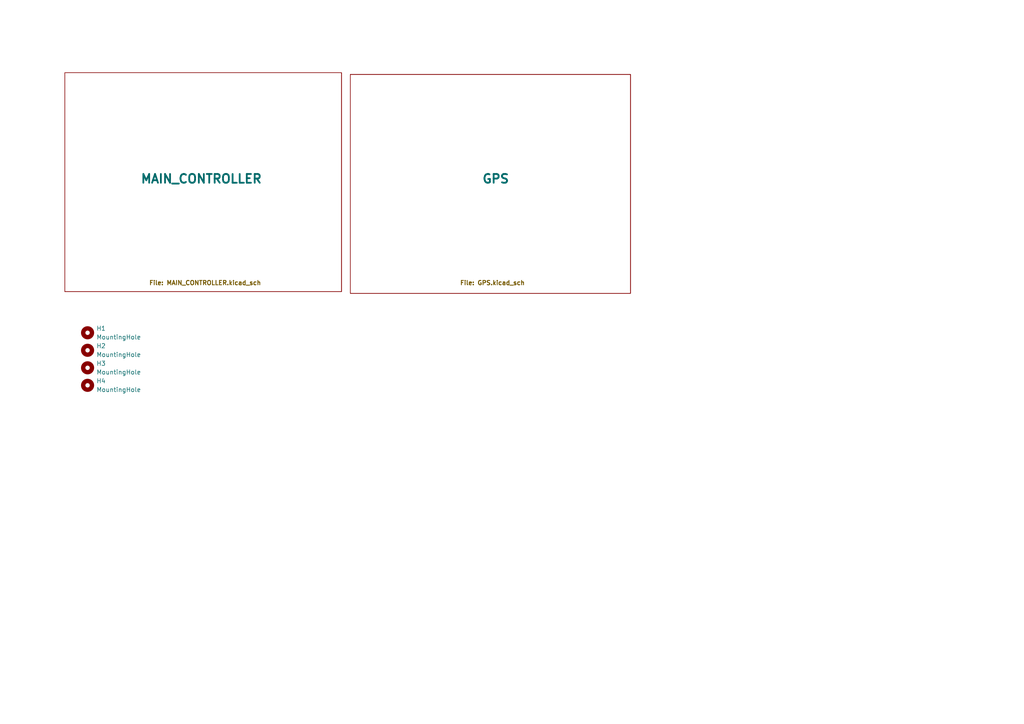
<source format=kicad_sch>
(kicad_sch (version 20230121) (generator eeschema)
  (paper "A4")
  (lib_symbols
    (symbol "Mechanical:MountingHole" (pin_names (offset 1.016))
      (property "Reference" "H" (at 0 5.08 0))
      (property "Value" "MountingHole" (at 0 3.175 0))
      (symbol "MountingHole_0_1"
        (circle (center 0 0) (radius 1.27) (stroke (width 1.27)))
      )
    )
  )
  (symbol (lib_id "Mechanical:MountingHole") (at 25.4 101.6 0) (unit 1)
    (property "Reference" "H2" (at 27.94 100.3299 0) (effects (justify left)))
    (property "Value" "MountingHole" (at 27.94 102.8699 0) (effects (justify left)))
    (property "Footprint" "MountingHole:MountingHole_3.2mm_M3_ISO7380_Pad" (effects hide))
  )
  (symbol (lib_id "Mechanical:MountingHole") (at 25.4 96.52 0) (unit 1)
    (property "Reference" "H1" (at 27.94 95.2499 0) (effects (justify left)))
    (property "Value" "MountingHole" (at 27.94 97.7899 0) (effects (justify left)))
    (property "Footprint" "MountingHole:MountingHole_3.2mm_M3_ISO7380_Pad" (effects hide))
  )
  (symbol (lib_id "Mechanical:MountingHole") (at 25.4 106.68 0) (unit 1)
    (property "Reference" "H3" (at 27.94 105.4099 0) (effects (justify left)))
    (property "Value" "MountingHole" (at 27.94 107.9499 0) (effects (justify left)))
    (property "Footprint" "MountingHole:MountingHole_3.2mm_M3_ISO7380_Pad" (effects hide))
  )
  (symbol (lib_id "Mechanical:MountingHole") (at 25.4 111.76 0) (unit 1)
    (property "Reference" "H4" (at 27.94 110.4899 0) (effects (justify left)))
    (property "Value" "MountingHole" (at 27.94 113.0299 0) (effects (justify left)))
    (property "Footprint" "MountingHole:MountingHole_3.2mm_M3_ISO7380_Pad" (effects hide))
  )
  (sheet (at 101.6 21.59) (size 81.28 63.5) (stroke (width 0.1524))
    (property "Sheetname" "GPS" (at 139.7 53.34 0) (effects (font (size 2.54 2.54) bold) (justify left bottom)))
    (property "Sheetfile" "GPS.kicad_sch" (at 133.35 81.28 0) (effects (font bold) (justify left top)))
  )
  (sheet (at 18.796 21.082) (size 80.264 63.5) (stroke (width 0.1524))
    (property "Sheetname" "MAIN_CONTROLLER" (at 40.64 53.34 0) (effects (font (size 2.54 2.54) bold) (justify left bottom)))
    (property "Sheetfile" "MAIN_CONTROLLER.kicad_sch" (at 43.18 81.28 0) (effects (font bold) (justify left top)))
  )
)
</source>
